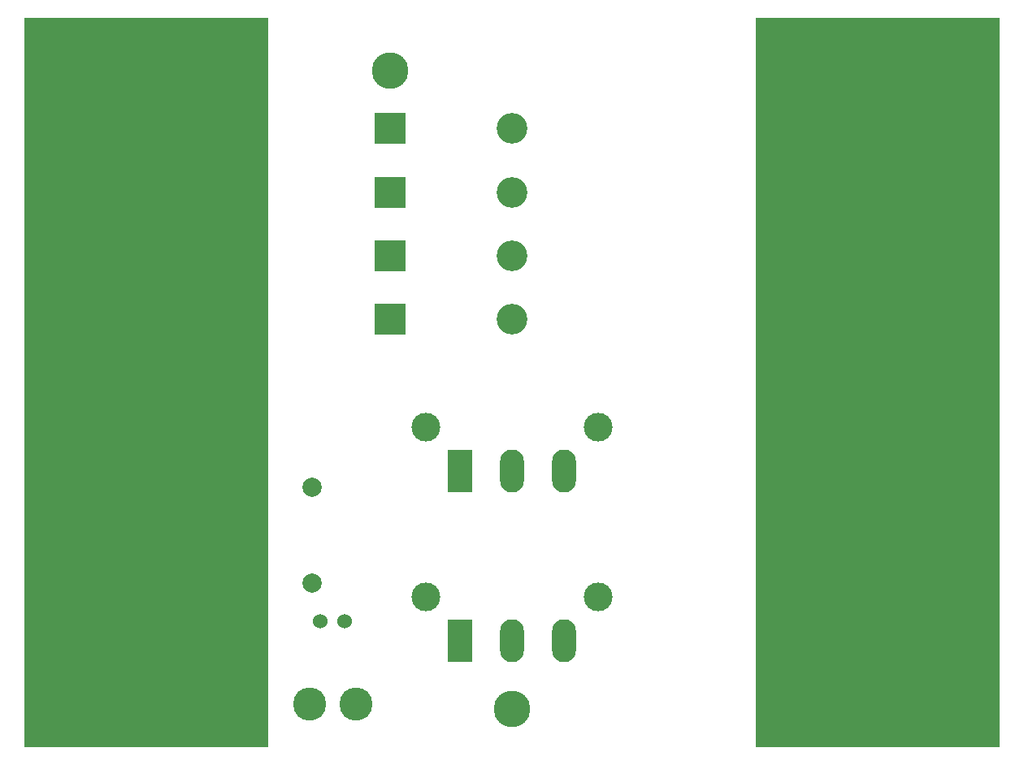
<source format=gbs>
G04 #@! TF.GenerationSoftware,KiCad,Pcbnew,7.0.5*
G04 #@! TF.CreationDate,2024-02-23T12:49:32-06:00*
G04 #@! TF.ProjectId,CoilFiringBoard_Hardware,436f696c-4669-4726-996e-67426f617264,rev?*
G04 #@! TF.SameCoordinates,Original*
G04 #@! TF.FileFunction,Soldermask,Bot*
G04 #@! TF.FilePolarity,Negative*
%FSLAX46Y46*%
G04 Gerber Fmt 4.6, Leading zero omitted, Abs format (unit mm)*
G04 Created by KiCad (PCBNEW 7.0.5) date 2024-02-23 12:49:32*
%MOMM*%
%LPD*%
G01*
G04 APERTURE LIST*
%ADD10C,3.000000*%
%ADD11R,25.400000X38.100000*%
%ADD12C,2.000000*%
%ADD13R,3.200000X3.200000*%
%ADD14O,3.200000X3.200000*%
%ADD15C,3.450000*%
%ADD16C,1.524000*%
%ADD17C,3.800000*%
%ADD18R,2.500000X4.500000*%
%ADD19O,2.500000X4.500000*%
G04 APERTURE END LIST*
D10*
X105300000Y-81356200D03*
X123300000Y-81356200D03*
D11*
X76200000Y-95662750D03*
D12*
X93472000Y-87630000D03*
X93472000Y-97630000D03*
D13*
X101600000Y-50254000D03*
D14*
X114300000Y-50254000D03*
D15*
X98044000Y-110236000D03*
X93216000Y-110232000D03*
D16*
X96899000Y-101596000D03*
X94359000Y-101596000D03*
D13*
X101600000Y-63500000D03*
D14*
X114300000Y-63500000D03*
D17*
X101600000Y-44196000D03*
D11*
X152400000Y-57753250D03*
D13*
X101600000Y-56896000D03*
D14*
X114300000Y-56896000D03*
D18*
X108850000Y-103632000D03*
D19*
X114300000Y-103632000D03*
X119750000Y-103632000D03*
D11*
X76200000Y-57753250D03*
D17*
X114300000Y-110744000D03*
D10*
X105300000Y-99060000D03*
X123300000Y-99060000D03*
D13*
X101600000Y-70104000D03*
D14*
X114300000Y-70104000D03*
D11*
X152400000Y-95662750D03*
D18*
X108850000Y-85935000D03*
D19*
X114300000Y-85935000D03*
X119750000Y-85935000D03*
M02*

</source>
